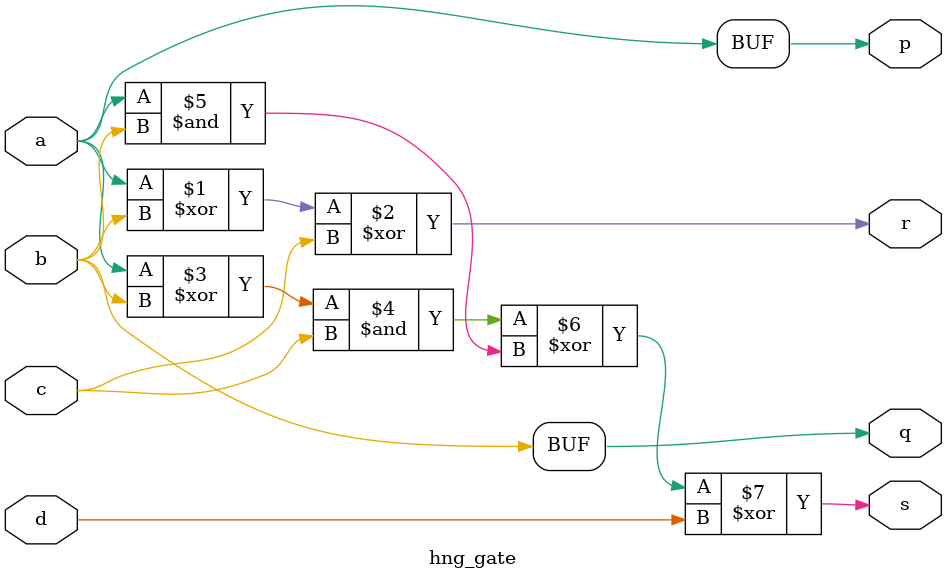
<source format=v>
`timescale 1ns / 1ps


module hng_gate(
    input a,b,c,d,
    output p,q,r,s
    );
    assign p = a;
    assign q = b;
    assign r = a^b^c;
    assign s = (a^b)&c^(a&b)^d;
endmodule

</source>
